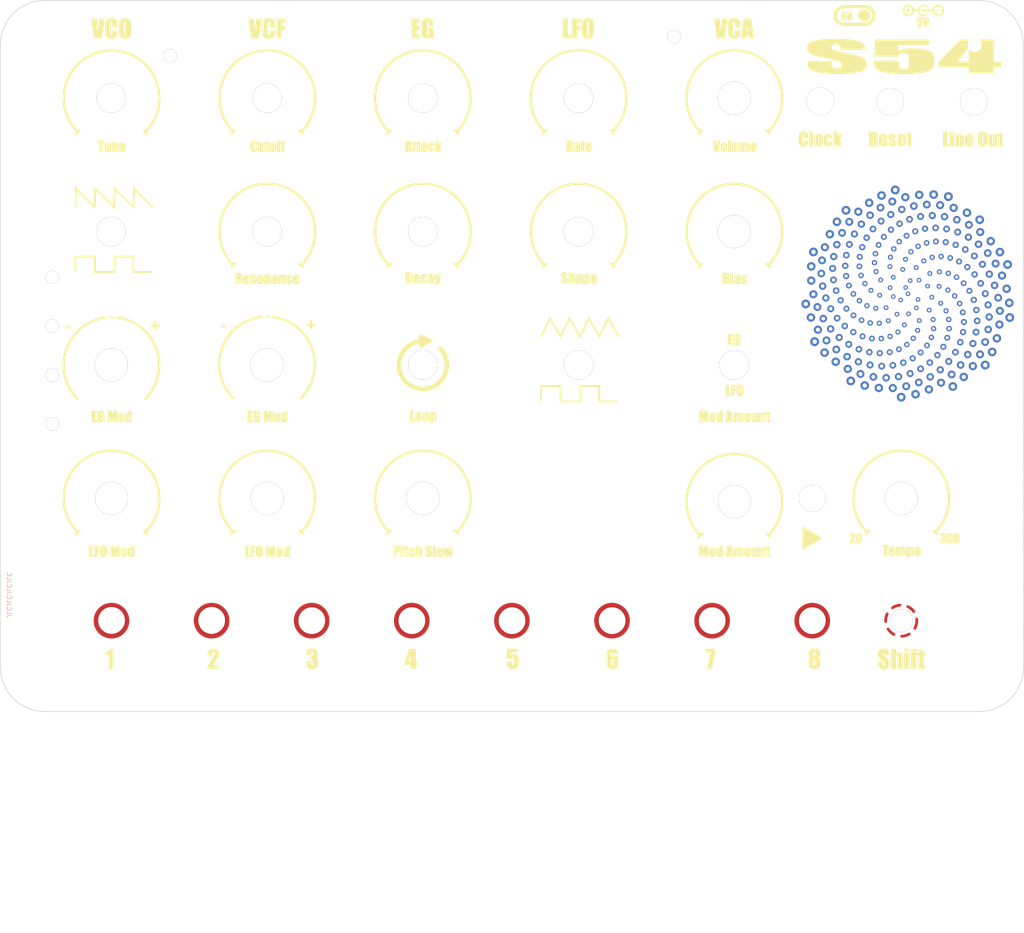
<source format=kicad_pcb>
(kicad_pcb (version 20221018) (generator pcbnew)
  (title_block (title "Liv Synth") (date "2023-01-23") (rev "${Version}") (company "SloBlo Labs"))
  (layers (0 "F.Cu" mixed) (31 "B.Cu" mixed) (34 "B.Paste" user) (35 "F.Paste" user) (36 "B.SilkS" user "B.Silkscreen") (37 "F.SilkS" user "F.Silkscreen") (38 "B.Mask" user) (39 "F.Mask" user) (44 "Edge.Cuts" user))
  (property "VCF_Rsmall_Value" "100")
  (property "Version" "0v2")
  (net 0 "")
  (footprint "" (layer "F.Cu") (at 297.255628 115.757513)
    (fp_text reference "")
    (fp_text value "")
  )
  (footprint "SloBloFP:Faceplate_Hole_7.4mm" (layer "F.Cu") (at 105 180)
    (fp_text reference "REF**" hide)
    (fp_text value "Faceplate_Hole_7.4mm" hide)
  )
  (footprint "" (layer "F.Cu") (at 297.812967 133.327742)
    (fp_text reference "")
    (fp_text value "")
  )
  (footprint "" (layer "F.Cu") (at 288.905939 149.465502)
    (fp_text reference "")
    (fp_text value "")
  )
  (footprint "" (layer "F.Cu") (at 302.266637 129.575077)
    (fp_text reference "")
    (fp_text value "")
  )
  (footprint "" (layer "F.Cu") (at 280.693458 130.282906)
    (fp_text reference "")
    (fp_text value "")
  )
  (footprint "" (layer "F.Cu") (at 284.658945 124.536079)
    (fp_text reference "")
    (fp_text value "")
  )
  (footprint "" (layer "F.Cu") (at 288.276987 145.60635)
    (fp_text reference "")
    (fp_text value "")
  )
  (footprint "SloBloFP:Faceplate_Hole_7.4mm" (layer "F.Cu") (at 140 180)
    (fp_text reference "REF**" hide)
    (fp_text value "Faceplate_Hole_7.4mm" hide)
  )
  (footprint "" (layer "F.Cu") (at 295.829892 150.001676)
    (fp_text reference "")
    (fp_text value "")
  )
  (footprint "" (layer "F.Cu") (at 268.542833 143.81458)
    (fp_text reference "")
    (fp_text value "")
  )
  (footprint "SloBloFP:Faceplate_Hole_6.6mm" (layer "F.Cu") (at 174.9492 150)
    (fp_text reference "REF**" hide)
    (fp_text value "Faceplate_Hole_6.6mm" hide)
  )
  (footprint "SloBloFP:Faceplate_Hole_5.1mm" (layer "F.Cu") (at 282.5 207.5)
    (fp_text reference "REF**" hide)
    (fp_text value "Faceplate_Hole_5.1mm" hide)
  )
  (footprint "" (layer "F.Cu") (at 302.594507 122.157521)
    (fp_text reference "")
    (fp_text value "")
  )
  (footprint "SloBloFP:Faceplate_Hole_6.6mm" (layer "F.Cu") (at 209.9492 90)
    (fp_text reference "REF**" hide)
    (fp_text value "Faceplate_Hole_6.6mm" hide)
  )
  (footprint "SloBloFP:Faceplate_Hole_7.4mm" (layer "F.Cu") (at 245 180.75)
    (fp_text reference "REF**" hide)
    (fp_text value "Faceplate_Hole_7.4mm" hide)
  )
  (footprint "" (layer "F.Cu") (at 263.761001 142.070499)
    (fp_text reference "")
    (fp_text value "")
  )
  (footprint "" (layer "F.Cu") (at 281.95317 146.472389)
    (fp_text reference "")
    (fp_text value "")
  )
  (footprint "" (layer "F.Cu") (at 298.96599 129.638907)
    (fp_text reference "")
    (fp_text value "")
  )
  (footprint "" (layer "F.Cu") (at 282.382156 135.372072)
    (fp_text reference "")
    (fp_text value "")
  )
  (footprint "" (layer "F.Cu") (at 306.756836 136.031354)
    (fp_text reference "")
    (fp_text value "")
  )
  (footprint "" (layer "F.Cu") (at 285.186049 143.992161)
    (fp_text reference "")
    (fp_text value "")
  )
  (footprint "" (layer "F.Cu") (at 271.137427 153.58454)
    (fp_text reference "")
    (fp_text value "")
  )
  (footprint "" (layer "F.Cu") (at 293.49161 125.927867)
    (fp_text reference "")
    (fp_text value "")
  )
  (footprint "" (layer "F.Cu") (at 286.82973 116.607684)
    (fp_text reference "")
    (fp_text value "")
  )
  (footprint "" (layer "F.Cu") (at 283.180294 140.987709)
    (fp_text reference "")
    (fp_text value "")
  )
  (footprint "" (layer "F.Cu") (at 270.713048 132.14072)
    (fp_text reference "")
    (fp_text value "")
  )
  (footprint "" (layer "F.Cu") (at 297.577002 121.265597)
    (fp_text reference "")
    (fp_text value "")
  )
  (footprint "" (layer "F.Cu") (at 301.363689 133.952348)
    (fp_text reference "")
    (fp_text value "")
  )
  (footprint "" (layer "F.Cu") (at 306.168685 132.86009)
    (fp_text reference "")
    (fp_text value "")
  )
  (footprint "" (layer "F.Cu") (at 279.566304 140.04916)
    (fp_text reference "")
    (fp_text value "")
  )
  (footprint "SloBloFP:Faceplate_Hole_6.6mm" (layer "F.Cu") (at 244.9492 150)
    (fp_text reference "REF**" hide)
    (fp_text value "Faceplate_Hole_6.6mm" hide)
  )
  (footprint "" (layer "F.Cu") (at 294.072231 154.83387)
    (fp_text reference "")
    (fp_text value "")
  )
  (footprint "" (layer "F.Cu") (at 264.518169 129.421978)
    (fp_text reference "")
    (fp_text value "")
  )
  (footprint "SloBloFP:Faceplate_Hole_3.0mm" (layer "F.Cu") (at 91.66 152.25)
    (fp_text reference "REF**" hide)
    (fp_text value "Faceplate_Hole_3.0mm" hide)
  )
  (footprint "" (layer "F.Cu") (at 273.5201 118.326081)
    (fp_text reference "")
    (fp_text value "")
  )
  (footprint "SloBloFP:Faceplate_Hole_6.0mm" (layer "F.Cu") (at 195 207.5)
    (fp_text reference "REF**" hide)
    (fp_text value "Faceplate_Hole_6.0mm" hide)
  )
  (footprint "" (layer "F.Cu") (at 268.02115 122.924064)
    (fp_text reference "")
    (fp_text value "")
  )
  (footprint "" (layer "F.Cu") (at 305.134361 129.896492)
    (fp_text reference "")
    (fp_text value "")
  )
  (footprint "" (layer "F.Cu") (at 277.448342 155.155987)
    (fp_text reference "")
    (fp_text value "")
  )
  (footprint "" (layer "F.Cu") (at 280.806762 123.885493)
    (fp_text reference "")
    (fp_text value "")
  )
  (footprint "" (layer "F.Cu") (at 276.825332 128.997585)
    (fp_text reference "")
    (fp_text value "")
  )
  (footprint "SloBloFP:Faceplate_Hole_6.6mm" (layer "F.Cu") (at 104.8984 120)
    (fp_text reference "REF**" hide)
    (fp_text value "Faceplate_Hole_6.6mm" hide)
  )
  (footprint "SloBloFP:Faceplate_Hole_6.0mm" (layer "F.Cu") (at 262.5 180)
    (fp_text reference "REF**" hide)
    (fp_text value "Faceplate_Hole_6.0mm" hide)
  )
  (footprint "" (layer "F.Cu") (at 302.916346 147.073707)
    (fp_text reference "")
    (fp_text value "")
  )
  (footprint "" (layer "F.Cu") (at 273.087888 135.557505)
    (fp_text reference "")
    (fp_text value "")
  )
  (footprint "" (layer "F.Cu") (at 304.647264 137.832812)
    (fp_text reference "")
    (fp_text value "")
  )
  (footprint "" (layer "F.Cu") (at 269.897716 127.705113)
    (fp_text reference "")
    (fp_text value "")
  )
  (footprint "" (layer "F.Cu") (at 296.377641 142.604882)
    (fp_text reference "")
    (fp_text value "")
  )
  (footprint "SloBloFP:Faceplate_Hole_6.0mm" (layer "F.Cu") (at 262.5 207.5)
    (fp_text reference "REF**" hide)
    (fp_text value "Faceplate_Hole_6.0mm" hide)
  )
  (footprint "" (layer "F.Cu") (at 270.690022 145.350968)
    (fp_text reference "")
    (fp_text value "")
  )
  (footprint "" (layer "F.Cu") (at 270.303243 148.120866)
    (fp_text reference "")
    (fp_text value "")
  )
  (footprint "SloBloFP:Faceplate_Hole_6.0mm" (layer "F.Cu") (at 150 207.5)
    (fp_text reference "REF**" hide)
    (fp_text value "Faceplate_Hole_6.0mm" hide)
  )
  (footprint "" (layer "F.Cu") (at 286.849337 147.19588)
    (fp_text reference "")
    (fp_text value "")
  )
  (footprint "" (layer "F.Cu") (at 290.207799 119.160416)
    (fp_text reference "")
    (fp_text value "")
  )
  (footprint "" (layer "F.Cu") (at 299.379449 137.636281)
    (fp_text reference "")
    (fp_text value "")
  )
  (footprint "" (layer "F.Cu") (at 265.681363 144.484633)
    (fp_text reference "")
    (fp_text value "")
  )
  (footprint "" (layer "F.Cu") (at 278.578904 121.189389)
    (fp_text reference "")
    (fp_text value "")
  )
  (footprint "" (layer "F.Cu") (at 270.073803 115.216734)
    (fp_text reference "")
    (fp_text value "")
  )
  (footprint "" (layer "F.Cu") (at 283.447952 126.225346)
    (fp_text reference "")
    (fp_text value "")
  )
  (footprint "" (layer "F.Cu") (at 304.272743 134.875142)
    (fp_text reference "")
    (fp_text value "")
  )
  (footprint "" (layer "F.Cu") (at 283.48327 132.591812)
    (fp_text reference "")
    (fp_text value "")
  )
  (footprint "" (layer "F.Cu") (at 288.219233 113.926433)
    (fp_text reference "")
    (fp_text value "")
  )
  (footprint "" (layer "F.Cu") (at 284 134)
    (fp_text reference "")
    (fp_text value "")
  )
  (footprint "SloBloFP:Faceplate_Hole_6.6mm" (layer "F.Cu") (at 104.9492 90)
    (fp_text reference "REF**" hide)
    (fp_text value "Faceplate_Hole_6.6mm" hide)
  )
  (footprint "SloBloFP:Faceplate_Hole_7.4mm" (layer "F.Cu") (at 244.9492 120)
    (fp_text reference "REF**" hide)
    (fp_text value "Faceplate_Hole_7.4mm" hide)
  )
  (footprint "SloBloFP:Faceplate_Hole_7.4mm" (layer "F.Cu") (at 282.5 180)
    (fp_text reference "REF**" hide)
    (fp_text value "Faceplate_Hole_7.4mm" hide)
  )
  (footprint "SloBloFP:Faceplate_Hole_3.0mm" (layer "F.Cu") (at 118.17 80.47)
    (fp_text reference "REF**" hide)
    (fp_text value "Faceplate_Hole_3.0mm" hide)
  )
  (footprint "" (layer "F.Cu") (at 292.818483 143.886068)
    (fp_text reference "")
    (fp_text value "")
  )
  (footprint "SloBloFP:Faceplate_Hole_6.2mm" (layer "F.Cu") (at 280 90.8)
    (fp_text reference "REF**" hide)
    (fp_text value "Faceplate_Hole_6.2mm" hide)
  )
  (footprint "" (layer "F.Cu") (at 285.697201 156.585825)
    (fp_text reference "")
    (fp_text value "")
  )
  (footprint "" (layer "F.Cu") (at 280.598042 150.075655)
    (fp_text reference "")
    (fp_text value "")
  )
  (footprint "" (layer "F.Cu") (at 293.817855 152.134489)
    (fp_text reference "")
    (fp_text value "")
  )
  (footprint "" (layer "F.Cu") (at 282.599848 115.018704)
    (fp_text reference "")
    (fp_text value "")
  )
  (footprint "" (layer "F.Cu") (at 283.594464 154.780653)
    (fp_text reference "")
    (fp_text value "")
  )
  (footprint "" (layer "F.Cu") (at 280.476562 113.243425)
    (fp_text reference "")
    (fp_text value "")
  )
  (footprint "" (layer "F.Cu") (at 294.488947 134.481633)
    (fp_text reference "")
    (fp_text value "")
  )
  (footprint "" (layer "F.Cu") (at 302.027066 142.01716)
    (fp_text reference "")
    (fp_text value "")
  )
  (footprint "" (layer "F.Cu") (at 265.318893 123.511136)
    (fp_text reference "")
    (fp_text value "")
  )
  (footprint "SloBloFP:Faceplate_Hole_6.6mm" (layer "F.Cu") (at 139.9492 90)
    (fp_text reference "REF**" hide)
    (fp_text value "Faceplate_Hole_6.6mm" hide)
  )
  (footprint "" (layer "F.Cu") (at 292.95983 133.15062)
    (fp_text reference "")
    (fp_text value "")
  )
  (footprint "" (layer "F.Cu") (at 299.557325 140.080264)
    (fp_text reference "")
    (fp_text value "")
  )
  (footprint "" (layer "F.Cu") (at 289.476852 116.400167)
    (fp_text reference "")
    (fp_text value "")
  )
  (footprint "SloBloFP:Faceplate_Hole_6.0mm" (layer "F.Cu") (at 217.5 207.5)
    (fp_text reference "REF**" hide)
    (fp_text value "Faceplate_Hole_6.0mm" hide)
  )
  (footprint "" (layer "F.Cu") (at 273.160423 125.678126)
    (fp_text reference "")
    (fp_text value "")
  )
  (footprint "" (layer "F.Cu") (at 286.839094 150.865335)
    (fp_text reference "")
    (fp_text value "")
  )
  (footprint "" (layer "F.Cu") (at 267.756487 149.277378)
    (fp_text reference "")
    (fp_text value "")
  )
  (footprint "SloBloFP:Faceplate_Hole_3.0mm" (layer "F.Cu") (at 91.66 141.25)
    (fp_text reference "REF**" hide)
    (fp_text value "Faceplate_Hole_3.0mm" hide)
  )
  (footprint "" (layer "F.Cu") (at 286.494684 130.913489)
    (fp_text reference "")
    (fp_text value "")
  )
  (footprint "SloBloFP:Faceplate_Hole_6.6mm" (layer "F.Cu") (at 174.9492 120)
    (fp_text reference "REF**" hide)
    (fp_text value "Faceplate_Hole_6.6mm" hide)
  )
  (footprint "" (layer "F.Cu") (at 300.194139 147.619832)
    (fp_text reference "")
    (fp_text value "")
  )
  (footprint "" (layer "F.Cu") (at 294.978058 117.334699)
    (fp_text reference "")
    (fp_text value "")
  )
  (footprint "" (layer "F.Cu") (at 288.182225 122.554084)
    (fp_text reference "")
    (fp_text value "")
  )
  (footprint "" (layer "F.Cu") (at 300.242279 120.109775)
    (fp_text reference "")
    (fp_text value "")
  )
  (footprint "" (layer "F.Cu") (at 271.76042 138.841764)
    (fp_text reference "")
    (fp_text value "")
  )
  (footprint "" (layer "F.Cu") (at 298.786755 135.36083)
    (fp_text reference "")
    (fp_text value "")
  )
  (footprint "" (layer "F.Cu") (at 301.361828 150.017706)
    (fp_text reference "")
    (fp_text value "")
  )
  (footprint "" (layer "F.Cu") (at 269.792487 141.238548)
    (fp_text reference "")
    (fp_text value "")
  )
  (footprint "" (layer "F.Cu") (at 300.331238 131.646142)
    (fp_text reference "")
    (fp_text value "")
  )
  (footprint "" (layer "F.Cu") (at 277.951271 117.654881)
    (fp_text reference "")
    (fp_text value "")
  )
  (footprint "" (layer "F.Cu") (at 271.958024 120.537428)
    (fp_text reference "")
    (fp_text value "")
  )
  (footprint "" (layer "F.Cu") (at 267.88543 146.512819)
    (fp_text reference "")
    (fp_text value "")
  )
  (footprint "" (layer "F.Cu") (at 296.531693 152.687072)
    (fp_text reference "")
    (fp_text value "")
  )
  (footprint "" (layer "F.Cu") (at 300.12268 117.332391)
    (fp_text reference "")
    (fp_text value "")
  )
  (footprint "" (layer "F.Cu") (at 275.480519 149.997451)
    (fp_text reference "")
    (fp_text value "")
  )
  (footprint "" (layer "F.Cu") (at 276.132022 119.419364)
    (fp_text reference "")
    (fp_text value "")
  )
  (footprint "" (layer "F.Cu") (at 266.634863 137.346944)
    (fp_text reference "")
    (fp_text value "")
  )
  (footprint "" (layer "F.Cu") (at 264.956861 139.577533)
    (fp_text reference "")
    (fp_text value "")
  )
  (footprint "" (layer "F.Cu") (at 277.997021 144.060529)
    (fp_text reference "")
    (fp_text value "")
  )
  (footprint "" (layer "F.Cu") (at 294.662005 147.117607)
    (fp_text reference "")
    (fp_text value "")
  )
  (footprint "" (layer "F.Cu") (at 285.049955 148.505088)
    (fp_text reference "")
    (fp_text value "")
  )
  (footprint "" (layer "F.Cu") (at 284.473014 151.931153)
    (fp_text reference "")
    (fp_text value "")
  )
  (footprint "" (layer "F.Cu") (at 295.606663 136.187546)
    (fp_text reference "")
    (fp_text value "")
  )
  (footprint "" (layer "F.Cu") (at 267.31405 125.613754)
    (fp_text reference "")
    (fp_text value "")
  )
  (footprint "" (layer "F.Cu") (at 269.186476 120.295638)
    (fp_text reference "")
    (fp_text value "")
  )
  (footprint "" (layer "F.Cu") (at 303.699501 127.204439)
    (fp_text reference "")
    (fp_text value "")
  )
  (footprint "" (layer "F.Cu") (at 266.436318 120.592275)
    (fp_text reference "")
    (fp_text value "")
  )
  (footprint "" (layer "F.Cu") (at 279.087112 137.100569)
    (fp_text reference "")
    (fp_text value "")
  )
  (footprint "" (layer "F.Cu") (at 271.721982 134.016847)
    (fp_text reference "")
    (fp_text value "")
  )
  (footprint "" (layer "F.Cu") (at 279.932324 127.880031)
    (fp_text reference "")
    (fp_text value "")
  )
  (footprint "" (layer "F.Cu") (at 270.800118 117.80546)
    (fp_text reference "")
    (fp_text value "")
  )
  (footprint "" (layer "F.Cu") (at 264.681508 126.4803)
    (fp_text reference "")
    (fp_text value "")
  )
  (footprint "" (layer "F.Cu") (at 294.716715 122.981741)
    (fp_text reference "")
    (fp_text value "")
  )
  (footprint "" (layer "F.Cu") (at 281.742871 142.58227)
    (fp_text reference "")
    (fp_text value "")
  )
  (footprint "SloBloFP:Faceplate_Hole_6.2mm" (layer "F.Cu") (at 298.8 90.8)
    (fp_text reference "REF**" hide)
    (fp_text value "Faceplate_Hole_6.2mm" hide)
  )
  (footprint "" (layer "F.Cu") (at 273.782107 143.55744)
    (fp_text reference "")
    (fp_text value "")
  )
  (footprint "SloBloFP:Faceplate_Hole_7.4mm" (layer "F.Cu") (at 104.9492 150)
    (fp_text reference "REF**" hide)
    (fp_text value "Faceplate_Hole_7.4mm" hide)
  )
  (footprint "" (layer "F.Cu") (at 290.996159 132.325558)
    (fp_text reference "")
    (fp_text value "")
  )
  (footprint "" (layer "F.Cu") (at 288.701147 155.486023)
    (fp_text reference "")
    (fp_text value "")
  )
  (footprint "" (layer "F.Cu") (at 289.757478 141.832715)
    (fp_text reference "")
    (fp_text value "")
  )
  (footprint "" (layer "F.Cu") (at 291.348958 136.119624)
    (fp_text reference "")
    (fp_text value "")
  )
  (footprint "" (layer "F.Cu") (at 286.260161 135.281276)
    (fp_text reference "")
    (fp_text value "")
  )
  (footprint "" (layer "F.Cu") (at 286.27553 123.319552)
    (fp_text reference "")
    (fp_text value "")
  )
  (footprint "" (layer "F.Cu") (at 277.866707 130.896336)
    (fp_text reference "")
    (fp_text value "")
  )
  (footprint "" (layer "F.Cu") (at 274.775162 136.674391)
    (fp_text reference "")
    (fp_text value "")
  )
  (footprint "" (layer "F.Cu") (at 292.548744 137.830009)
    (fp_text reference "")
    (fp_text value "")
  )
  (footprint "" (layer "F.Cu") (at 298.587328 145.167356)
    (fp_text reference "")
    (fp_text value "")
  )
  (footprint "" (layer "F.Cu") (at 282.822945 128.512328)
    (fp_text reference "")
    (fp_text value "")
  )
  (footprint "SloBloFP:Faceplate_Hole_7.4mm" (layer "F.Cu") (at 139.9492 150)
    (fp_text reference "REF**" hide)
    (fp_text value "Faceplate_Hole_7.4mm" hide)
  )
  (footprint "" (layer "F.Cu") (at 278.085379 150.256299)
    (fp_text reference "")
    (fp_text value "")
  )
  (footprint "" (layer "F.Cu") (at 288.992495 152.670163)
    (fp_text reference "")
    (fp_text value "")
  )
  (footprint "" (layer "F.Cu") (at 286.169486 142.203251)
    (fp_text reference "")
    (fp_text value "")
  )
  (footprint "" (layer "F.Cu") (at 297.325879 127.985772)
    (fp_text reference "")
    (fp_text value "")
  )
  (footprint "" (layer "F.Cu") (at 296.303316 138.168742)
    (fp_text reference "")
    (fp_text value "")
  )
  (footprint "" (layer "F.Cu") (at 297.678432 118.495146)
    (fp_text reference "")
    (fp_text value "")
  )
  (footprint "" (layer "F.Cu") (at 294.902143 130.272632)
    (fp_text reference "")
    (fp_text value "")
  )
  (footprint "" (layer "F.Cu") (at 280.580174 155.202707)
    (fp_text reference "")
    (fp_text value "")
  )
  (footprint "SloBloFP:Faceplate_Hole_7.4mm" (layer "F.Cu") (at 244.9492 90)
    (fp_text reference "REF**" hide)
    (fp_text value "Faceplate_Hole_7.4mm" hide)
  )
  (footprint "" (layer "F.Cu") (at 290.283004 122.241009)
    (fp_text reference "")
    (fp_text value "")
  )
  (footprint "" (layer "F.Cu") (at 298.912028 125.492274)
    (fp_text reference "")
    (fp_text value "")
  )
  (footprint "" (layer "F.Cu") (at 291.937005 145.906046)
    (fp_text reference "")
    (fp_text value "")
  )
  (footprint "" (layer "F.Cu") (at 293.23385 141.809353)
    (fp_text reference "")
    (fp_text value "")
  )
  (footprint "" (layer "F.Cu") (at 277.402877 123.012371)
    (fp_text reference "")
    (fp_text value "")
  )
  (footprint "" (layer "F.Cu") (at 282.478198 157.236482)
    (fp_text reference "")
    (fp_text value "")
  )
  (footprint "" (layer "F.Cu") (at 274.274596 154.619566)
    (fp_text reference "")
    (fp_text value "")
  )
  (footprint "" (layer "F.Cu") (at 280.062499 125.769198)
    (fp_text reference "")
    (fp_text value "")
  )
  (footprint "" (layer "F.Cu") (at 294.263739 114.663359)
    (fp_text reference "")
    (fp_text value "")
  )
  (footprint "" (layer "F.Cu") (at 270.095607 130.01028)
    (fp_text reference "")
    (fp_text value "")
  )
  (footprint "" (layer "F.Cu") (at 276.216101 152.679157)
    (fp_text reference "")
    (fp_text value "")
  )
  (footprint "" (layer "F.Cu") (at 277.661222 147.344283)
    (fp_text reference "")
    (fp_text value "")
  )
  (footprint "" (layer "F.Cu") (at 267.062973 128.287109)
    (fp_text reference "")
    (fp_text value "")
  )
  (footprint "SloBloFP:Faceplate_Hole_6.6mm" (layer "F.Cu") (at 209.9492 120)
    (fp_text reference "REF**" hide)
    (fp_text value "Faceplate_Hole_6.6mm" hide)
  )
  (footprint "" (layer "F.Cu") (at 283.673101 120.927389)
    (fp_text reference "")
    (fp_text value "")
  )
  (footprint "" (layer "F.Cu") (at 280.124007 116.168099)
    (fp_text reference "")
    (fp_text value "")
  )
  (footprint "" (layer "F.Cu") (at 276.76095 137.255174)
    (fp_text reference "")
    (fp_text value "")
  )
  (footprint "" (layer "F.Cu") (at 289.647913 139.775038)
    (fp_text reference "")
    (fp_text value "")
  )
  (footprint "MountingHole:MountingHole_3.2mm_M3" (layer "F.Cu") (at 299 78.015)
    (fp_text reference "H2" hide)
    (fp_text value "MountingHole")
  )
  (footprint "SloBloFP:Faceplate_Hole_7.4mm" (layer "F.Cu") (at 175 180)
    (fp_text reference "REF**" hide)
    (fp_text value "Faceplate_Hole_7.4mm" hide)
  )
  (footprint "" (layer "F.Cu") (at 289.269366 143.797131)
    (fp_text reference "")
    (fp_text value "")
  )
  (footprint "" (layer "F.Cu") (at 270.165165 137.331269)
    (fp_text reference "")
    (fp_text value "")
  )
  (footprint "" (layer "F.Cu") (at 301.918884 124.839563)
    (fp_text reference "")
    (fp_text value "")
  )
  (footprint "" (layer "F.Cu") (at 285.853866 128.09973)
    (fp_text reference "")
    (fp_text value "")
  )
  (footprint "" (layer "F.Cu") (at 273.457875 129.86314)
    (fp_text reference "")
    (fp_text value "")
  )
  (footprint "" (layer "F.Cu") (at 283.396971 112.271301)
    (fp_text reference "")
    (fp_text value "")
  )
  (footprint "SloBloFP:Faceplate_Hole_6.0mm" (layer "F.Cu") (at 127.5 207.428932)
    (fp_text reference "REF**" hide)
    (fp_text value "Faceplate_Hole_6.0mm" hide)
  )
  (footprint "" (layer "F.Cu") (at 282.039695 122.25661)
    (fp_text reference "")
    (fp_text value "")
  )
  (footprint "" (layer "F.Cu") (at 262.734009 134.087541)
    (fp_text reference "")
    (fp_text value "")
  )
  (footprint "" (layer "F.Cu") (at 278.054833 111.888803)
    (fp_text reference "")
    (fp_text value "")
  )
  (footprint "" (layer "F.Cu") (at 291.225613 114.055313)
    (fp_text reference "")
    (fp_text value "")
  )
  (footprint "" (layer "F.Cu") (at 261.020027 136.273953)
    (fp_text reference "")
    (fp_text value "")
  )
  (footprint "" (layer "F.Cu") (at 287.8331 119.343692)
    (fp_text reference "")
    (fp_text value "")
  )
  (footprint "" (layer "F.Cu") (at 286.420182 153.922166)
    (fp_text reference "")
    (fp_text value "")
  )
  (footprint "" (layer "F.Cu") (at 304.557329 140.902622)
    (fp_text reference "")
    (fp_text value "")
  )
  (footprint "" (layer "F.Cu") (at 268.075457 139.468906)
    (fp_text reference "")
    (fp_text value "")
  )
  (footprint "" (layer "F.Cu") (at 286.518148 111.742216)
    (fp_text reference "")
    (fp_text value "")
  )
  (footprint "" (layer "F.Cu") (at 281.868298 152.613324)
    (fp_text reference "")
    (fp_text value "")
  )
  (footprint "" (layer "F.Cu") (at 263.647439 136.961972)
    (fp_text reference "")
    (fp_text value "")
  )
  (footprint "" (layer "F.Cu") (at 266.609096 141.877593)
    (fp_text reference "")
    (fp_text value "")
  )
  (footprint "" (layer "F.Cu") (at 273.709578 123.506801)
    (fp_text reference "")
    (fp_text value "")
  )
  (footprint "MountingHole:MountingHole_3.2mm_M3" (layer "F.Cu") (at 89 78.015)
    (fp_text reference "H1" hide)
    (fp_text value "MountingHole")
  )
  (footprint "" (layer "F.Cu") (at 284.350222 117.233147)
    (fp_text reference "")
    (fp_text value "")
  )
  (footprint "" (layer "F.Cu") (at 293.074617 112.139045)
    (fp_text reference "")
    (fp_text value "")
  )
  (footprint "" (layer "F.Cu") (at 299.297225 142.616547)
    (fp_text reference "")
    (fp_text value "")
  )
  (footprint "" (layer "F.Cu") (at 271.719136 142.612804)
    (fp_text reference "")
    (fp_text value "")
  )
  (footprint "SloBloFP:Faceplate_Hole_6.2mm" (layer "F.Cu") (at 264.3 90.7)
    (fp_text reference "REF**" hide)
    (fp_text value "Faceplate_Hole_6.2mm" hide)
  )
  (footprint "" (layer "F.Cu") (at 275.273203 113.534345)
    (fp_text reference "")
    (fp_text value "")
  )
  (footprint "" (layer "F.Cu") (at 279.897084 147.121207)
    (fp_text reference "")
    (fp_text value "")
  )
  (footprint "" (layer "F.Cu") (at 295.476818 126.734833)
    (fp_text reference "")
    (fp_text value "")
  )
  (footprint "" (layer "F.Cu") (at 304.663883 124.605645)
    (fp_text reference "")
    (fp_text value "")
  )
  (footprint "" (layer "F.Cu") (at 301.344861 144.846924)
    (fp_text reference "")
    (fp_text value "")
  )
  (footprint "SloBloFP:Faceplate_Hole_6.0mm" (layer "F.Cu") (at 240 207.5)
    (fp_text reference "REF**" hide)
    (fp_text value "Faceplate_Hole_6.0mm" hide)
  )
  (footprint "" (layer "F.Cu") (at 285.887012 137.152647)
    (fp_text reference "")
    (fp_text value "")
  )
  (footprint "" (layer "F.Cu") (at 264.810826 132.260563)
    (fp_text reference "")
    (fp_text value "")
  )
  (footprint "" (layer "F.Cu") (at 268.027479 117.801895)
    (fp_text reference "")
    (fp_text value "")
  )
  (footprint "SloBloFP:Faceplate_Hole_6.0mm" (layer "F.Cu") (at 105 207.428932)
    (fp_text reference "REF**" hide)
    (fp_text value "Faceplate_Hole_6.0mm" hide)
  )
  (footprint "" (layer "F.Cu") (at 267.253721 130.867562)
    (fp_text reference "")
    (fp_text value "")
  )
  (footprint "SloBloFP:Faceplate_Hole_3.0mm" (layer "F.Cu") (at 231.41 76.16)
    (fp_text reference "REF**" hide)
    (fp_text value "Faceplate_Hole_3.0mm" hide)
  )
  (footprint "" (layer "F.Cu") (at 291.426425 153.983698)
    (fp_text reference "")
    (fp_text value "")
  )
  (footprint "SloBloFP:Faceplate_Hole_6.6mm" (layer "F.Cu") (at 139.9492 120)
    (fp_text reference "REF**" hide)
    (fp_text value "Faceplate_Hole_6.6mm" hide)
  )
  (footprint "" (layer "F.Cu") (at 265.529871 134.92432)
    (fp_text reference "")
    (fp_text value "")
  )
  (footprint "" (layer "F.Cu") (at 273.316451 152.016986)
    (fp_text reference "")
    (fp_text value "")
  )
  (footprint "" (layer "F.Cu") (at 302.014491 136.495618)
    (fp_text reference "")
    (fp_text value "")
  )
  (footprint "" (layer "F.Cu") (at 293.156892 149.203661)
    (fp_text reference "")
    (fp_text value "")
  )
  (footprint "" (layer "F.Cu") (at 270.13836 125.304889)
    (fp_text reference "")
    (fp_text value "")
  )
  (footprint "" (layer "F.Cu") (at 281.544963 138.579606)
    (fp_text reference "")
    (fp_text value "")
  )
  (footprint "" (layer "F.Cu") (at 275.684555 133.223218)
    (fp_text reference "")
    (fp_text value "")
  )
  (footprint "" (layer "F.Cu") (at 284.10632 138.498743)
    (fp_text reference "")
    (fp_text value "")
  )
  (footprint "" (layer "F.Cu") (at 270.826037 122.889342)
    (fp_text reference "")
    (fp_text value "")
  )
  (footprint "" (layer "F.Cu") (at 302.244883 139.208092)
    (fp_text reference "")
    (fp_text value "")
  )
  (footprint "" (layer "F.Cu") (at 281.130761 110.649037)
    (fp_text reference "")
    (fp_text value "")
  )
  (footprint "" (layer "F.Cu") (at 293.071118 129.394046)
    (fp_text reference "")
    (fp_text value "")
  )
  (footprint "SloBloFP:Faceplate_Hole_3.0mm" (layer "F.Cu") (at 91.66 163.25)
    (fp_text reference "REF**" hide)
    (fp_text value "Faceplate_Hole_3.0mm" hide)
  )
  (footprint "" (layer "F.Cu") (at 263.024224 144.7595)
    (fp_text reference "")
    (fp_text value "")
  )
  (footprint "" (layer "F.Cu") (at 303.465176 132.100815)
    (fp_text reference "")
    (fp_text value "")
  )
  (footprint "" (layer "F.Cu") (at 288.754174 137.660303)
    (fp_text reference "")
    (fp_text value "")
  )
  (footprint "" (layer "F.Cu") (at 296.563955 140.336168)
    (fp_text reference "")
    (fp_text value "")
  )
  (footprint "" (layer "F.Cu") (at 285.320166 114.257731)
    (fp_text reference "")
    (fp_text value "")
  )
  (footprint "" (layer "F.Cu") (at 272.860554 149.286031)
    (fp_text reference "")
    (fp_text value "")
  )
  (footprint "" (layer "F.Cu") (at 272.84018 115.528171)
    (fp_text reference "")
    (fp_text value "")
  )
  (footprint "" (layer "F.Cu") (at 293.155212 139.760389)
    (fp_text reference "")
    (fp_text value "")
  )
  (footprint "" (layer "F.Cu") (at 267.860508 133.281095)
    (fp_text reference "")
    (fp_text value "")
  )
  (footprint "" (layer "F.Cu") (at 290.620334 147.790256)
    (fp_text reference "")
    (fp_text value "")
  )
  (footprint "" (layer "F.Cu") (at 276.683919 124.973651)
    (fp_text reference "")
    (fp_text value "")
  )
  (footprint "" (layer "F.Cu") (at 291.061601 129.062005)
    (fp_text reference "")
    (fp_text value "")
  )
  (footprint "" (layer "F.Cu") (at 262.259791 127.826399)
    (fp_text reference "")
    (fp_text value "")
  )
  (footprint "" (layer "F.Cu") (at 295.741388 144.89219)
    (fp_text reference "")
    (fp_text value "")
  )
  (footprint "" (layer "F.Cu") (at 273.073899 127.825834)
    (fp_text reference "")
    (fp_text value "")
  )
  (footprint "" (layer "F.Cu") (at 262.260359 131.018718)
    (fp_text reference "")
    (fp_text value "")
  )
  (footprint "" (layer "F.Cu") (at 298.583003 150.258413)
    (fp_text reference "")
    (fp_text value "")
  )
  (footprint "" (layer "F.Cu") (at 300.728853 127.355795)
    (fp_text reference "")
    (fp_text value "")
  )
  (footprint "" (layer "F.Cu") (at 289.769302 111.690469)
    (fp_text reference "")
    (fp_text value "")
  )
  (footprint "" (layer "F.Cu") (at 275.327615 147.125918)
    (fp_text reference "")
    (fp_text value "")
  )
  (footprint "" (layer "F.Cu") (at 280.164283 119.576502)
    (fp_text reference "")
    (fp_text value "")
  )
  (footprint "SloBloFP:Faceplate_Hole_6.0mm" (layer "F.Cu") (at 172.5 207.5)
    (fp_text reference "REF**" hide)
    (fp_text value "Faceplate_Hole_6.0mm" hide)
  )
  (footprint "" (layer "F.Cu") (at 291.449048 125.602876)
    (fp_text reference "")
    (fp_text value "")
  )
  (footprint "" (layer "F.Cu") (at 274.707544 121.394434)
    (fp_text reference "")
    (fp_text value "")
  )
  (footprint "SloBloFP:Faceplate_Hole_6.6mm" (layer "F.Cu") (at 209.9492 150)
    (fp_text reference "REF**" hide)
    (fp_text value "Faceplate_Hole_6.6mm" hide)
  )
  (footprint "" (layer "F.Cu") (at 297.427593 147.654659)
    (fp_text reference "")
    (fp_text value "")
  )
  (footprint "" (layer "F.Cu") (at 295.158284 120.116819)
    (fp_text reference "")
    (fp_text value "")
  )
  (footprint "SloBloFP:Faceplate_Hole_6.6mm" (layer "F.Cu") (at 174.9492 90)
    (fp_text reference "REF**" hide)
    (fp_text value "Faceplate_Hole_6.6mm" hide)
  )
  (footprint "" (layer "F.Cu") (at 286.539824 140.024889)
    (fp_text reference "")
    (fp_text value "")
  )
  (footprint "" (layer "F.Cu") (at 292.48937 122.384037)
    (fp_text reference "")
    (fp_text value "")
  )
  (footprint "" (layer "F.Cu") (at 285.629412 119.94315)
    (fp_text reference "")
    (fp_text value "")
  )
  (footprint "" (layer "F.Cu") (at 306.863483 139.339579)
    (fp_text reference "")
    (fp_text value "")
  )
  (footprint "" (layer "F.Cu") (at 288.905387 129.424284)
    (fp_text reference "")
    (fp_text value "")
  )
  (footprint "" (layer "F.Cu") (at 303.982993 144.008994)
    (fp_text reference "")
    (fp_text value "")
  )
  (footprint "" (layer "F.Cu") (at 279.983625 132.632981)
    (fp_text reference "")
    (fp_text value "")
  )
  (footprint "" (layer "F.Cu") (at 282.107234 118.238736)
    (fp_text reference "")
    (fp_text value "")
  )
  (footprint "" (layer "F.Cu") (at 306.384747 127.41038)
    (fp_text reference "")
    (fp_text value "")
  )
  (footprint "" (layer "F.Cu") (at 262.188375 139.315358)
    (fp_text reference "")
    (fp_text value "")
  )
  (footprint "" (layer "F.Cu") (at 296.501193 131.608314)
    (fp_text reference "")
    (fp_text value "")
  )
  (footprint "" (layer "F.Cu") (at 275.902627 144.046519)
    (fp_text reference "")
    (fp_text value "")
  )
  (footprint "" (layer "F.Cu") (at 279.091955 152.87223)
    (fp_text reference "")
    (fp_text value "")
  )
  (footprint "" (layer "F.Cu") (at 276.470565 126.995885)
    (fp_text reference "")
    (fp_text value "")
  )
  (footprint "" (layer "F.Cu") (at 292.675741 119.414681)
    (fp_text reference "")
    (fp_text value "")
  )
  (footprint "" (layer "F.Cu") (at 277.543893 140.619568)
    (fp_text reference "")
    (fp_text value "")
  )
  (footprint "LivSynth_Faceplate:LivSynth_Faceplate_front" (layer "F.Cu") (at 194 149.75)
    (fp_text reference "Ref**" hide)
    (fp_text value "Val**" hide)
  )
  (footprint "" (layer "F.Cu") (at 291.254191 151.077081)
    (fp_text reference "")
    (fp_text value "")
  )
  (footprint "MountingHole:MountingHole_3.2mm_M3" (layer "F.Cu") (at 300 217.928932)
    (fp_text reference "H6" hide)
    (fp_text value "MountingHole")
  )
  (footprint "" (layer "F.Cu") (at 275.521075 140.54659)
    (fp_text reference "")
    (fp_text value "")
  )
  (footprint "" (layer "F.Cu") (at 282.943505 149.48011)
    (fp_text reference "")
    (fp_text value "")
  )
  (footprint "" (layer "F.Cu") (at 283.745765 145.42083)
    (fp_text reference "")
    (fp_text value "")
  )
  (footprint "" (layer "F.Cu") (at 289.433466 125.800766)
    (fp_text reference "")
    (fp_text value "")
  )
  (footprint "" (layer "F.Cu") (at 280.704784 134.625743)
    (fp_text reference "")
    (fp_text value "")
  )
  (footprint "" (layer "F.Cu") (at 287.535351 126.583714)
    (fp_text reference "")
    (fp_text value "")
  )
  (footprint "" (layer "F.Cu") (at 289.355107 134.756848)
    (fp_text reference "")
    (fp_text value "")
  )
  (footprint "MountingHole:MountingHole_3.2mm_M3" (layer "F.Cu") (at 90 217.928932)
    (fp_text reference "H5" hide)
    (fp_text value "MountingHole")
  )
  (footprint "" (layer "F.Cu") (at 275.48665 116.328755)
    (fp_text reference "")
    (fp_text value "")
  )
  (footprint "" (layer "F.Cu") (at 265.250118 147.226562)
    (fp_text reference "")
    (fp_text value "")
  )
  (footprint "" (layer "F.Cu") (at 284.489889 131.040268)
    (fp_text reference "")
    (fp_text value "")
  )
  (footprint "" (layer "F.Cu") (at 299.855085 122.848037)
    (fp_text reference "")
    (fp_text value "")
  )
  (footprint "" (layer "F.Cu") (at 272.977334 146.459969)
    (fp_text reference "")
    (fp_text value "")
  )
  (footprint "" (layer "F.Cu") (at 270.470646 150.880657)
    (fp_text reference "")
    (fp_text value "")
  )
  (footprint "SloBloFP:Faceplate_Hole_3.0mm" (layer "F.Cu") (at 91.66 130.27)
    (fp_text reference "REF**" hide)
    (fp_text value "Faceplate_Hole_3.0mm" hide)
  )
  (footprint "" (layer "F.Cu") (at 277.821084 114.613896)
    (fp_text reference "")
    (fp_text value "")
  )
  (footprint "" (layer "F.Cu") (at 268.846595 135.457504)
    (fp_text reference "")
    (fp_text value "")
  )
  (footprint "" (layer "F.Cu") (at 273.56889 139.93228)
    (fp_text reference "")
    (fp_text value "")
  )
  (footprint "" (layer "F.Cu") (at 279.976248 143.581723)
    (fp_text reference "")
    (fp_text value "")
  )
  (footprint "" (layer "F.Cu") (at 262.754244 124.586292)
    (fp_text reference "")
    (fp_text value "")
  )
  (footprint "" (layer "F.Cu") (at 292.218353 116.637434)
    (fp_text reference "")
    (fp_text value "")
  )
  (footprint "" (layer "F.Cu") (at 288.413228 132.261203)
    (fp_text reference "")
    (fp_text value "")
  )
  (footprint "" (layer "F.Cu") (at 277.643144 134.300636)
    (fp_text reference "")
    (fp_text value "")
  )
  (footprint "" (layer "F.Cu") (at 296.88356 124.024336)
    (fp_text reference "")
    (fp_text value "")
  )
  (footprint "" (layer "F.Cu") (at 274.320246 131.697312)
    (fp_text reference "")
    (fp_text value "")
  )
  (gr_line (start 309.928932 78) (end 310 217.928932) (stroke (width 0.15)) (layer "Edge.Cuts"))
  (gr_arc (start 90 227.928932) (mid 82.928932 225) (end 80 217.928932) (stroke (width 0.15)) (layer "Edge.Cuts"))
  (gr_line (start 90 68.015) (end 299.928932 68) (stroke (width 0.15)) (layer "Edge.Cuts"))
  (gr_arc (start 310 217.928932) (mid 307.071068 225) (end 300 227.928932) (stroke (width 0.15)) (layer "Edge.Cuts"))
  (gr_line (start 80 217.928932) (end 80 78.015) (stroke (width 0.15)) (layer "Edge.Cuts"))
  (gr_line (start 90 227.928932) (end 300 227.928932) (stroke (width 0.15)) (layer "Edge.Cuts"))
  (gr_arc (start 80 78.015) (mid 82.928932 70.943932) (end 90 68.015) (stroke (width 0.15)) (layer "Edge.Cuts"))
  (gr_arc (start 299.928932 68) (mid 307 70.928932) (end 309.928932 78) (stroke (width 0.15)) (layer "Edge.Cuts"))
  (gr_text "JLCJLCJLCJLC" (at 82 201.75 270) (layer "B.SilkS") (effects (font (size 1 1)) (justify mirror)))
)
</source>
